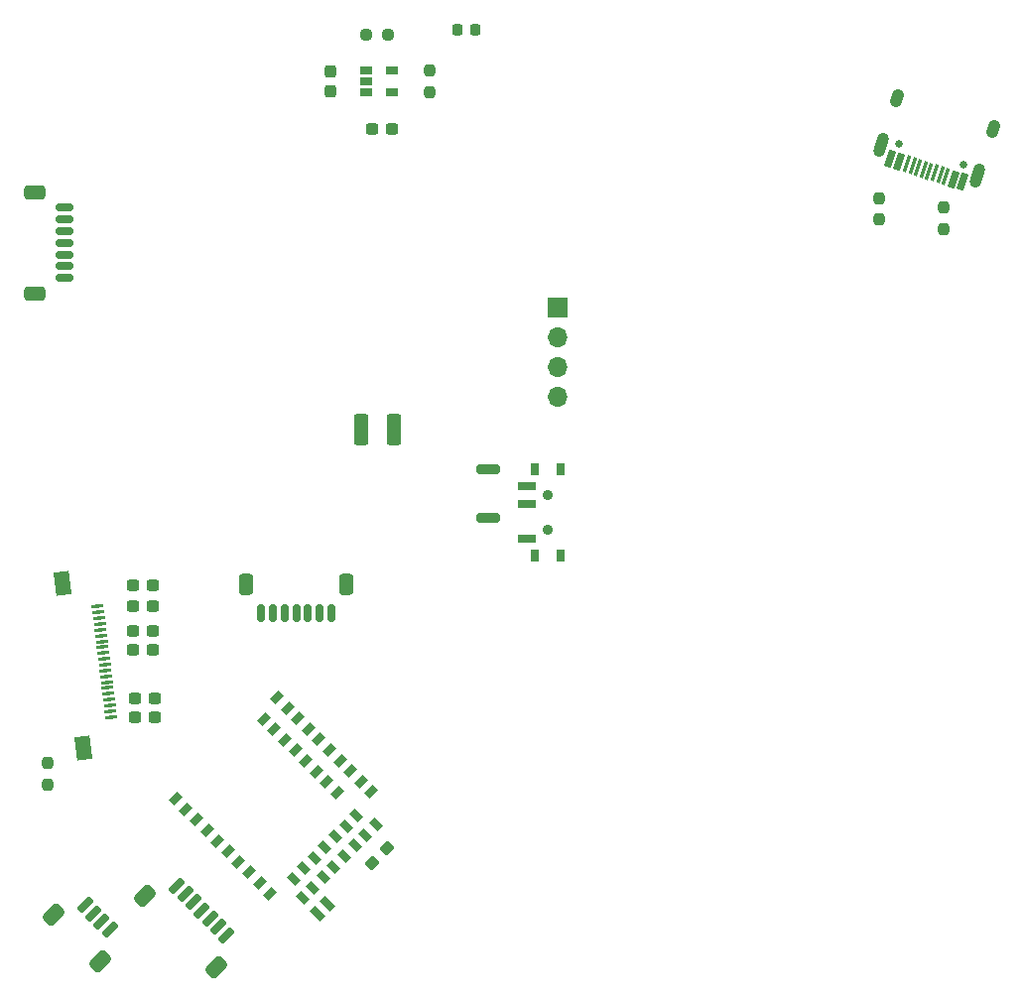
<source format=gts>
%TF.GenerationSoftware,KiCad,Pcbnew,(5.99.0-12380-gca33ec05df)*%
%TF.CreationDate,2021-09-27T09:59:53+10:00*%
%TF.ProjectId,anaphase,616e6170-6861-4736-952e-6b696361645f,rev?*%
%TF.SameCoordinates,Original*%
%TF.FileFunction,Soldermask,Top*%
%TF.FilePolarity,Negative*%
%FSLAX46Y46*%
G04 Gerber Fmt 4.6, Leading zero omitted, Abs format (unit mm)*
G04 Created by KiCad (PCBNEW (5.99.0-12380-gca33ec05df)) date 2021-09-27 09:59:53*
%MOMM*%
%LPD*%
G01*
G04 APERTURE LIST*
G04 Aperture macros list*
%AMRoundRect*
0 Rectangle with rounded corners*
0 $1 Rounding radius*
0 $2 $3 $4 $5 $6 $7 $8 $9 X,Y pos of 4 corners*
0 Add a 4 corners polygon primitive as box body*
4,1,4,$2,$3,$4,$5,$6,$7,$8,$9,$2,$3,0*
0 Add four circle primitives for the rounded corners*
1,1,$1+$1,$2,$3*
1,1,$1+$1,$4,$5*
1,1,$1+$1,$6,$7*
1,1,$1+$1,$8,$9*
0 Add four rect primitives between the rounded corners*
20,1,$1+$1,$2,$3,$4,$5,0*
20,1,$1+$1,$4,$5,$6,$7,0*
20,1,$1+$1,$6,$7,$8,$9,0*
20,1,$1+$1,$8,$9,$2,$3,0*%
%AMHorizOval*
0 Thick line with rounded ends*
0 $1 width*
0 $2 $3 position (X,Y) of the first rounded end (center of the circle)*
0 $4 $5 position (X,Y) of the second rounded end (center of the circle)*
0 Add line between two ends*
20,1,$1,$2,$3,$4,$5,0*
0 Add two circle primitives to create the rounded ends*
1,1,$1,$2,$3*
1,1,$1,$4,$5*%
%AMRotRect*
0 Rectangle, with rotation*
0 The origin of the aperture is its center*
0 $1 length*
0 $2 width*
0 $3 Rotation angle, in degrees counterclockwise*
0 Add horizontal line*
21,1,$1,$2,0,0,$3*%
G04 Aperture macros list end*
%ADD10RoundRect,0.237500X-0.237500X0.300000X-0.237500X-0.300000X0.237500X-0.300000X0.237500X0.300000X0*%
%ADD11RoundRect,0.200000X-0.800000X0.200000X-0.800000X-0.200000X0.800000X-0.200000X0.800000X0.200000X0*%
%ADD12RoundRect,0.150000X-0.150000X-0.625000X0.150000X-0.625000X0.150000X0.625000X-0.150000X0.625000X0*%
%ADD13RoundRect,0.250000X-0.350000X-0.650000X0.350000X-0.650000X0.350000X0.650000X-0.350000X0.650000X0*%
%ADD14RoundRect,0.250000X0.375000X1.075000X-0.375000X1.075000X-0.375000X-1.075000X0.375000X-1.075000X0*%
%ADD15RoundRect,0.237500X-0.300000X-0.237500X0.300000X-0.237500X0.300000X0.237500X-0.300000X0.237500X0*%
%ADD16RoundRect,0.218750X-0.218750X-0.256250X0.218750X-0.256250X0.218750X0.256250X-0.218750X0.256250X0*%
%ADD17RoundRect,0.150000X0.625000X-0.150000X0.625000X0.150000X-0.625000X0.150000X-0.625000X-0.150000X0*%
%ADD18RoundRect,0.250000X0.650000X-0.350000X0.650000X0.350000X-0.650000X0.350000X-0.650000X-0.350000X0*%
%ADD19RoundRect,0.237500X-0.237500X0.250000X-0.237500X-0.250000X0.237500X-0.250000X0.237500X0.250000X0*%
%ADD20RotRect,0.650000X1.000000X135.000000*%
%ADD21RotRect,0.650000X1.000000X225.000000*%
%ADD22RoundRect,0.237500X0.300000X0.237500X-0.300000X0.237500X-0.300000X-0.237500X0.300000X-0.237500X0*%
%ADD23RotRect,0.300000X1.000000X277.000000*%
%ADD24RotRect,2.000000X1.300000X277.000000*%
%ADD25C,0.650000*%
%ADD26RotRect,0.600000X1.450000X162.000000*%
%ADD27RotRect,0.300000X1.450000X162.000000*%
%ADD28HorizOval,1.000000X0.169959X0.523081X-0.169959X-0.523081X0*%
%ADD29HorizOval,1.000000X0.092705X0.285317X-0.092705X-0.285317X0*%
%ADD30RoundRect,0.150000X0.548008X0.335876X0.335876X0.548008X-0.548008X-0.335876X-0.335876X-0.548008X0*%
%ADD31RoundRect,0.250000X0.707107X0.212132X0.212132X0.707107X-0.707107X-0.212132X-0.212132X-0.707107X0*%
%ADD32RotRect,0.600000X1.200000X225.000000*%
%ADD33R,1.060000X0.650000*%
%ADD34C,0.900000*%
%ADD35R,0.800000X1.000000*%
%ADD36R,1.500000X0.700000*%
%ADD37R,1.700000X1.700000*%
%ADD38O,1.700000X1.700000*%
%ADD39RoundRect,0.237500X-0.250000X-0.237500X0.250000X-0.237500X0.250000X0.237500X-0.250000X0.237500X0*%
%ADD40RoundRect,0.237500X0.035355X0.371231X-0.371231X-0.035355X-0.035355X-0.371231X0.371231X0.035355X0*%
%ADD41HorizOval,1.000000X-0.092705X-0.285317X0.092705X0.285317X0*%
%ADD42HorizOval,1.000000X-0.169959X-0.523081X0.169959X0.523081X0*%
G04 APERTURE END LIST*
D10*
%TO.C,C3*%
X126900000Y-52037500D03*
X126900000Y-53762500D03*
%TD*%
D11*
%TO.C,SW4*%
X140400000Y-86000000D03*
X140400000Y-90200000D03*
%TD*%
D12*
%TO.C,J7*%
X121000000Y-98325000D03*
X122000000Y-98325000D03*
X123000000Y-98325000D03*
X124000000Y-98325000D03*
X125000000Y-98325000D03*
X126000000Y-98325000D03*
X127000000Y-98325000D03*
D13*
X128300000Y-95800000D03*
X119700000Y-95800000D03*
%TD*%
D14*
%TO.C,J15*%
X132300000Y-82600000D03*
X129500000Y-82600000D03*
%TD*%
D15*
%TO.C,C1*%
X130437500Y-57000000D03*
X132162500Y-57000000D03*
%TD*%
%TO.C,C13*%
X110037500Y-95900000D03*
X111762500Y-95900000D03*
%TD*%
D16*
%TO.C,D1*%
X137712500Y-48500000D03*
X139287500Y-48500000D03*
%TD*%
D17*
%TO.C,J5*%
X104225000Y-69700000D03*
X104225000Y-68700000D03*
X104225000Y-67700000D03*
X104225000Y-66700000D03*
X104225000Y-65700000D03*
X104225000Y-64700000D03*
X104225000Y-63700000D03*
D18*
X101700000Y-71000000D03*
X101700000Y-62400000D03*
%TD*%
D19*
%TO.C,R9*%
X102800000Y-111087500D03*
X102800000Y-112912500D03*
%TD*%
%TO.C,R5*%
X135400000Y-51987500D03*
X135400000Y-53812500D03*
%TD*%
D20*
%TO.C,U1*%
X113683586Y-114137159D03*
X114581612Y-115035185D03*
X115479638Y-115933210D03*
X116377663Y-116831236D03*
X117275689Y-117729262D03*
X118173715Y-118627287D03*
X119071740Y-119525313D03*
X119969766Y-120423339D03*
X120867791Y-121321364D03*
X121765817Y-122219390D03*
D21*
X124500906Y-122622441D03*
X123741473Y-120962154D03*
X125398932Y-121724415D03*
X124639499Y-120064128D03*
X126296957Y-120826389D03*
X125537525Y-119166103D03*
X127194983Y-119928364D03*
X126435550Y-118268077D03*
X128093008Y-119030338D03*
X127333576Y-117370051D03*
X128991034Y-118132313D03*
X128231601Y-116472026D03*
X129889060Y-117234287D03*
X129129627Y-115574000D03*
X130787085Y-116336261D03*
D20*
X130419390Y-113565817D03*
X129521364Y-112667791D03*
X127513181Y-113598344D03*
X128623339Y-111769766D03*
X126615155Y-112700318D03*
X127725313Y-110871740D03*
X125717130Y-111802293D03*
X126827287Y-109973715D03*
X124819104Y-110904267D03*
X125929262Y-109075689D03*
X123921078Y-110006241D03*
X125031236Y-108177663D03*
X123023053Y-109108216D03*
X124133210Y-107279638D03*
X122125027Y-108210190D03*
X123235185Y-106381612D03*
X121227002Y-107312165D03*
X122337159Y-105483586D03*
%TD*%
D19*
%TO.C,R3*%
X173700000Y-62887500D03*
X173700000Y-64712500D03*
%TD*%
D22*
%TO.C,C7*%
X111762500Y-101400000D03*
X110037500Y-101400000D03*
%TD*%
D23*
%TO.C,J3*%
X107051121Y-97735406D03*
X107112055Y-98231679D03*
X107172990Y-98727952D03*
X107233925Y-99224225D03*
X107294859Y-99720498D03*
X107355794Y-100216771D03*
X107416729Y-100713044D03*
X107477663Y-101209317D03*
X107538598Y-101705590D03*
X107599533Y-102201863D03*
X107660467Y-102698137D03*
X107721402Y-103194410D03*
X107782337Y-103690683D03*
X107843271Y-104186956D03*
X107904206Y-104683229D03*
X107965141Y-105179502D03*
X108026075Y-105675775D03*
X108087010Y-106172048D03*
X108147945Y-106668321D03*
X108208879Y-107164594D03*
D24*
X105809304Y-109776498D03*
X104090947Y-95781597D03*
%TD*%
D15*
%TO.C,C15*%
X110037500Y-97700000D03*
X111762500Y-97700000D03*
%TD*%
D25*
%TO.C,J1*%
X175458002Y-58229688D03*
X180955109Y-60015806D03*
D26*
X180850960Y-61501329D03*
X180090115Y-61254115D03*
D27*
X178948847Y-60883295D03*
X177997790Y-60574278D03*
X177522262Y-60419769D03*
X176571206Y-60110752D03*
D26*
X175429938Y-59739932D03*
X174669093Y-59492718D03*
X174669093Y-59492718D03*
X175429938Y-59739932D03*
D27*
X176095677Y-59956244D03*
X177046734Y-60265261D03*
X178473319Y-60728786D03*
X179424375Y-61037803D03*
D26*
X180090115Y-61254115D03*
X180850960Y-61501329D03*
D28*
X182151341Y-60961760D03*
X173934213Y-58291853D03*
D29*
X183443032Y-56986344D03*
X175225904Y-54316437D03*
%TD*%
D30*
%TO.C,J11*%
X108097577Y-125323744D03*
X107390470Y-124616637D03*
X106683363Y-123909530D03*
X105976256Y-123202423D03*
D31*
X103271573Y-124068629D03*
X107231371Y-128028427D03*
%TD*%
D22*
%TO.C,C9*%
X111962500Y-105600000D03*
X110237500Y-105600000D03*
%TD*%
D30*
%TO.C,J9*%
X118058237Y-125784404D03*
X117351130Y-125077297D03*
X116644023Y-124370190D03*
X115936916Y-123663084D03*
X115229810Y-122955977D03*
X114522703Y-122248870D03*
X113815596Y-121541763D03*
D31*
X117192031Y-128489087D03*
X111110913Y-122407969D03*
%TD*%
D32*
%TO.C,Y1*%
X126624264Y-123075736D03*
X125775736Y-123924264D03*
%TD*%
D33*
%TO.C,U3*%
X130000000Y-51950000D03*
X130000000Y-52900000D03*
X130000000Y-53850000D03*
X132200000Y-53850000D03*
X132200000Y-51950000D03*
%TD*%
D34*
%TO.C,SW2*%
X145455000Y-88200000D03*
X145455000Y-91200000D03*
D35*
X146555000Y-86050000D03*
X144345000Y-86050000D03*
X146555000Y-93350000D03*
X144345000Y-93350000D03*
D36*
X143695000Y-91950000D03*
X143695000Y-88950000D03*
X143695000Y-87450000D03*
%TD*%
D37*
%TO.C,J13*%
X146300000Y-72200000D03*
D38*
X146300000Y-74740000D03*
X146300000Y-77280000D03*
X146300000Y-79820000D03*
%TD*%
D22*
%TO.C,C11*%
X111962500Y-107200000D03*
X110237500Y-107200000D03*
%TD*%
D39*
%TO.C,R7*%
X129987500Y-48900000D03*
X131812500Y-48900000D03*
%TD*%
D19*
%TO.C,R1*%
X179200000Y-63687500D03*
X179200000Y-65512500D03*
%TD*%
D22*
%TO.C,C5*%
X111762500Y-99800000D03*
X110037500Y-99800000D03*
%TD*%
D40*
%TO.C,L1*%
X131718718Y-118381282D03*
X130481282Y-119618718D03*
%TD*%
D25*
%TO.C,J2*%
X180955109Y-60015806D03*
X175458002Y-58229688D03*
D41*
X183443032Y-56986344D03*
D42*
X182151341Y-60961760D03*
X173934213Y-58291853D03*
D41*
X175225904Y-54316437D03*
%TD*%
D34*
%TO.C,SW1*%
X145455000Y-88200000D03*
X145455000Y-91200000D03*
%TD*%
M02*

</source>
